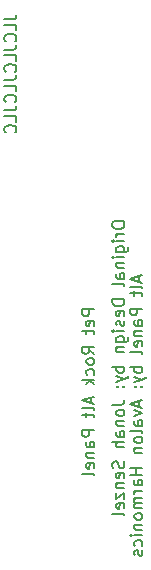
<source format=gbo>
G04 #@! TF.GenerationSoftware,KiCad,Pcbnew,8.0.2*
G04 #@! TF.CreationDate,2024-05-01T23:13:20+02:00*
G04 #@! TF.ProjectId,PetRockPanel,50657452-6f63-46b5-9061-6e656c2e6b69,rev?*
G04 #@! TF.SameCoordinates,Original*
G04 #@! TF.FileFunction,Legend,Bot*
G04 #@! TF.FilePolarity,Positive*
%FSLAX46Y46*%
G04 Gerber Fmt 4.6, Leading zero omitted, Abs format (unit mm)*
G04 Created by KiCad (PCBNEW 8.0.2) date 2024-05-01 23:13:20*
%MOMM*%
%LPD*%
G01*
G04 APERTURE LIST*
%ADD10C,0.150000*%
%ADD11C,0.000000*%
%ADD12C,4.000000*%
G04 APERTURE END LIST*
D10*
X76670819Y-92941713D02*
X76670819Y-93132189D01*
X76670819Y-93132189D02*
X76718438Y-93227427D01*
X76718438Y-93227427D02*
X76813676Y-93322665D01*
X76813676Y-93322665D02*
X77004152Y-93370284D01*
X77004152Y-93370284D02*
X77337485Y-93370284D01*
X77337485Y-93370284D02*
X77527961Y-93322665D01*
X77527961Y-93322665D02*
X77623200Y-93227427D01*
X77623200Y-93227427D02*
X77670819Y-93132189D01*
X77670819Y-93132189D02*
X77670819Y-92941713D01*
X77670819Y-92941713D02*
X77623200Y-92846475D01*
X77623200Y-92846475D02*
X77527961Y-92751237D01*
X77527961Y-92751237D02*
X77337485Y-92703618D01*
X77337485Y-92703618D02*
X77004152Y-92703618D01*
X77004152Y-92703618D02*
X76813676Y-92751237D01*
X76813676Y-92751237D02*
X76718438Y-92846475D01*
X76718438Y-92846475D02*
X76670819Y-92941713D01*
X77670819Y-93798856D02*
X77004152Y-93798856D01*
X77194628Y-93798856D02*
X77099390Y-93846475D01*
X77099390Y-93846475D02*
X77051771Y-93894094D01*
X77051771Y-93894094D02*
X77004152Y-93989332D01*
X77004152Y-93989332D02*
X77004152Y-94084570D01*
X77670819Y-94417904D02*
X77004152Y-94417904D01*
X76670819Y-94417904D02*
X76718438Y-94370285D01*
X76718438Y-94370285D02*
X76766057Y-94417904D01*
X76766057Y-94417904D02*
X76718438Y-94465523D01*
X76718438Y-94465523D02*
X76670819Y-94417904D01*
X76670819Y-94417904D02*
X76766057Y-94417904D01*
X77004152Y-95322665D02*
X77813676Y-95322665D01*
X77813676Y-95322665D02*
X77908914Y-95275046D01*
X77908914Y-95275046D02*
X77956533Y-95227427D01*
X77956533Y-95227427D02*
X78004152Y-95132189D01*
X78004152Y-95132189D02*
X78004152Y-94989332D01*
X78004152Y-94989332D02*
X77956533Y-94894094D01*
X77623200Y-95322665D02*
X77670819Y-95227427D01*
X77670819Y-95227427D02*
X77670819Y-95036951D01*
X77670819Y-95036951D02*
X77623200Y-94941713D01*
X77623200Y-94941713D02*
X77575580Y-94894094D01*
X77575580Y-94894094D02*
X77480342Y-94846475D01*
X77480342Y-94846475D02*
X77194628Y-94846475D01*
X77194628Y-94846475D02*
X77099390Y-94894094D01*
X77099390Y-94894094D02*
X77051771Y-94941713D01*
X77051771Y-94941713D02*
X77004152Y-95036951D01*
X77004152Y-95036951D02*
X77004152Y-95227427D01*
X77004152Y-95227427D02*
X77051771Y-95322665D01*
X77670819Y-95798856D02*
X77004152Y-95798856D01*
X76670819Y-95798856D02*
X76718438Y-95751237D01*
X76718438Y-95751237D02*
X76766057Y-95798856D01*
X76766057Y-95798856D02*
X76718438Y-95846475D01*
X76718438Y-95846475D02*
X76670819Y-95798856D01*
X76670819Y-95798856D02*
X76766057Y-95798856D01*
X77004152Y-96275046D02*
X77670819Y-96275046D01*
X77099390Y-96275046D02*
X77051771Y-96322665D01*
X77051771Y-96322665D02*
X77004152Y-96417903D01*
X77004152Y-96417903D02*
X77004152Y-96560760D01*
X77004152Y-96560760D02*
X77051771Y-96655998D01*
X77051771Y-96655998D02*
X77147009Y-96703617D01*
X77147009Y-96703617D02*
X77670819Y-96703617D01*
X77670819Y-97608379D02*
X77147009Y-97608379D01*
X77147009Y-97608379D02*
X77051771Y-97560760D01*
X77051771Y-97560760D02*
X77004152Y-97465522D01*
X77004152Y-97465522D02*
X77004152Y-97275046D01*
X77004152Y-97275046D02*
X77051771Y-97179808D01*
X77623200Y-97608379D02*
X77670819Y-97513141D01*
X77670819Y-97513141D02*
X77670819Y-97275046D01*
X77670819Y-97275046D02*
X77623200Y-97179808D01*
X77623200Y-97179808D02*
X77527961Y-97132189D01*
X77527961Y-97132189D02*
X77432723Y-97132189D01*
X77432723Y-97132189D02*
X77337485Y-97179808D01*
X77337485Y-97179808D02*
X77289866Y-97275046D01*
X77289866Y-97275046D02*
X77289866Y-97513141D01*
X77289866Y-97513141D02*
X77242247Y-97608379D01*
X77670819Y-98227427D02*
X77623200Y-98132189D01*
X77623200Y-98132189D02*
X77527961Y-98084570D01*
X77527961Y-98084570D02*
X76670819Y-98084570D01*
X77670819Y-99370285D02*
X76670819Y-99370285D01*
X76670819Y-99370285D02*
X76670819Y-99608380D01*
X76670819Y-99608380D02*
X76718438Y-99751237D01*
X76718438Y-99751237D02*
X76813676Y-99846475D01*
X76813676Y-99846475D02*
X76908914Y-99894094D01*
X76908914Y-99894094D02*
X77099390Y-99941713D01*
X77099390Y-99941713D02*
X77242247Y-99941713D01*
X77242247Y-99941713D02*
X77432723Y-99894094D01*
X77432723Y-99894094D02*
X77527961Y-99846475D01*
X77527961Y-99846475D02*
X77623200Y-99751237D01*
X77623200Y-99751237D02*
X77670819Y-99608380D01*
X77670819Y-99608380D02*
X77670819Y-99370285D01*
X77623200Y-100751237D02*
X77670819Y-100655999D01*
X77670819Y-100655999D02*
X77670819Y-100465523D01*
X77670819Y-100465523D02*
X77623200Y-100370285D01*
X77623200Y-100370285D02*
X77527961Y-100322666D01*
X77527961Y-100322666D02*
X77147009Y-100322666D01*
X77147009Y-100322666D02*
X77051771Y-100370285D01*
X77051771Y-100370285D02*
X77004152Y-100465523D01*
X77004152Y-100465523D02*
X77004152Y-100655999D01*
X77004152Y-100655999D02*
X77051771Y-100751237D01*
X77051771Y-100751237D02*
X77147009Y-100798856D01*
X77147009Y-100798856D02*
X77242247Y-100798856D01*
X77242247Y-100798856D02*
X77337485Y-100322666D01*
X77623200Y-101179809D02*
X77670819Y-101275047D01*
X77670819Y-101275047D02*
X77670819Y-101465523D01*
X77670819Y-101465523D02*
X77623200Y-101560761D01*
X77623200Y-101560761D02*
X77527961Y-101608380D01*
X77527961Y-101608380D02*
X77480342Y-101608380D01*
X77480342Y-101608380D02*
X77385104Y-101560761D01*
X77385104Y-101560761D02*
X77337485Y-101465523D01*
X77337485Y-101465523D02*
X77337485Y-101322666D01*
X77337485Y-101322666D02*
X77289866Y-101227428D01*
X77289866Y-101227428D02*
X77194628Y-101179809D01*
X77194628Y-101179809D02*
X77147009Y-101179809D01*
X77147009Y-101179809D02*
X77051771Y-101227428D01*
X77051771Y-101227428D02*
X77004152Y-101322666D01*
X77004152Y-101322666D02*
X77004152Y-101465523D01*
X77004152Y-101465523D02*
X77051771Y-101560761D01*
X77670819Y-102036952D02*
X77004152Y-102036952D01*
X76670819Y-102036952D02*
X76718438Y-101989333D01*
X76718438Y-101989333D02*
X76766057Y-102036952D01*
X76766057Y-102036952D02*
X76718438Y-102084571D01*
X76718438Y-102084571D02*
X76670819Y-102036952D01*
X76670819Y-102036952D02*
X76766057Y-102036952D01*
X77004152Y-102941713D02*
X77813676Y-102941713D01*
X77813676Y-102941713D02*
X77908914Y-102894094D01*
X77908914Y-102894094D02*
X77956533Y-102846475D01*
X77956533Y-102846475D02*
X78004152Y-102751237D01*
X78004152Y-102751237D02*
X78004152Y-102608380D01*
X78004152Y-102608380D02*
X77956533Y-102513142D01*
X77623200Y-102941713D02*
X77670819Y-102846475D01*
X77670819Y-102846475D02*
X77670819Y-102655999D01*
X77670819Y-102655999D02*
X77623200Y-102560761D01*
X77623200Y-102560761D02*
X77575580Y-102513142D01*
X77575580Y-102513142D02*
X77480342Y-102465523D01*
X77480342Y-102465523D02*
X77194628Y-102465523D01*
X77194628Y-102465523D02*
X77099390Y-102513142D01*
X77099390Y-102513142D02*
X77051771Y-102560761D01*
X77051771Y-102560761D02*
X77004152Y-102655999D01*
X77004152Y-102655999D02*
X77004152Y-102846475D01*
X77004152Y-102846475D02*
X77051771Y-102941713D01*
X77004152Y-103417904D02*
X77670819Y-103417904D01*
X77099390Y-103417904D02*
X77051771Y-103465523D01*
X77051771Y-103465523D02*
X77004152Y-103560761D01*
X77004152Y-103560761D02*
X77004152Y-103703618D01*
X77004152Y-103703618D02*
X77051771Y-103798856D01*
X77051771Y-103798856D02*
X77147009Y-103846475D01*
X77147009Y-103846475D02*
X77670819Y-103846475D01*
X77670819Y-105084571D02*
X76670819Y-105084571D01*
X77051771Y-105084571D02*
X77004152Y-105179809D01*
X77004152Y-105179809D02*
X77004152Y-105370285D01*
X77004152Y-105370285D02*
X77051771Y-105465523D01*
X77051771Y-105465523D02*
X77099390Y-105513142D01*
X77099390Y-105513142D02*
X77194628Y-105560761D01*
X77194628Y-105560761D02*
X77480342Y-105560761D01*
X77480342Y-105560761D02*
X77575580Y-105513142D01*
X77575580Y-105513142D02*
X77623200Y-105465523D01*
X77623200Y-105465523D02*
X77670819Y-105370285D01*
X77670819Y-105370285D02*
X77670819Y-105179809D01*
X77670819Y-105179809D02*
X77623200Y-105084571D01*
X77004152Y-105894095D02*
X77670819Y-106132190D01*
X77004152Y-106370285D02*
X77670819Y-106132190D01*
X77670819Y-106132190D02*
X77908914Y-106036952D01*
X77908914Y-106036952D02*
X77956533Y-105989333D01*
X77956533Y-105989333D02*
X78004152Y-105894095D01*
X77575580Y-106751238D02*
X77623200Y-106798857D01*
X77623200Y-106798857D02*
X77670819Y-106751238D01*
X77670819Y-106751238D02*
X77623200Y-106703619D01*
X77623200Y-106703619D02*
X77575580Y-106751238D01*
X77575580Y-106751238D02*
X77670819Y-106751238D01*
X77051771Y-106751238D02*
X77099390Y-106798857D01*
X77099390Y-106798857D02*
X77147009Y-106751238D01*
X77147009Y-106751238D02*
X77099390Y-106703619D01*
X77099390Y-106703619D02*
X77051771Y-106751238D01*
X77051771Y-106751238D02*
X77147009Y-106751238D01*
X76670819Y-108275047D02*
X77385104Y-108275047D01*
X77385104Y-108275047D02*
X77527961Y-108227428D01*
X77527961Y-108227428D02*
X77623200Y-108132190D01*
X77623200Y-108132190D02*
X77670819Y-107989333D01*
X77670819Y-107989333D02*
X77670819Y-107894095D01*
X77670819Y-108894095D02*
X77623200Y-108798857D01*
X77623200Y-108798857D02*
X77575580Y-108751238D01*
X77575580Y-108751238D02*
X77480342Y-108703619D01*
X77480342Y-108703619D02*
X77194628Y-108703619D01*
X77194628Y-108703619D02*
X77099390Y-108751238D01*
X77099390Y-108751238D02*
X77051771Y-108798857D01*
X77051771Y-108798857D02*
X77004152Y-108894095D01*
X77004152Y-108894095D02*
X77004152Y-109036952D01*
X77004152Y-109036952D02*
X77051771Y-109132190D01*
X77051771Y-109132190D02*
X77099390Y-109179809D01*
X77099390Y-109179809D02*
X77194628Y-109227428D01*
X77194628Y-109227428D02*
X77480342Y-109227428D01*
X77480342Y-109227428D02*
X77575580Y-109179809D01*
X77575580Y-109179809D02*
X77623200Y-109132190D01*
X77623200Y-109132190D02*
X77670819Y-109036952D01*
X77670819Y-109036952D02*
X77670819Y-108894095D01*
X77004152Y-109656000D02*
X77670819Y-109656000D01*
X77099390Y-109656000D02*
X77051771Y-109703619D01*
X77051771Y-109703619D02*
X77004152Y-109798857D01*
X77004152Y-109798857D02*
X77004152Y-109941714D01*
X77004152Y-109941714D02*
X77051771Y-110036952D01*
X77051771Y-110036952D02*
X77147009Y-110084571D01*
X77147009Y-110084571D02*
X77670819Y-110084571D01*
X77670819Y-110989333D02*
X77147009Y-110989333D01*
X77147009Y-110989333D02*
X77051771Y-110941714D01*
X77051771Y-110941714D02*
X77004152Y-110846476D01*
X77004152Y-110846476D02*
X77004152Y-110656000D01*
X77004152Y-110656000D02*
X77051771Y-110560762D01*
X77623200Y-110989333D02*
X77670819Y-110894095D01*
X77670819Y-110894095D02*
X77670819Y-110656000D01*
X77670819Y-110656000D02*
X77623200Y-110560762D01*
X77623200Y-110560762D02*
X77527961Y-110513143D01*
X77527961Y-110513143D02*
X77432723Y-110513143D01*
X77432723Y-110513143D02*
X77337485Y-110560762D01*
X77337485Y-110560762D02*
X77289866Y-110656000D01*
X77289866Y-110656000D02*
X77289866Y-110894095D01*
X77289866Y-110894095D02*
X77242247Y-110989333D01*
X77670819Y-111465524D02*
X76670819Y-111465524D01*
X77670819Y-111894095D02*
X77147009Y-111894095D01*
X77147009Y-111894095D02*
X77051771Y-111846476D01*
X77051771Y-111846476D02*
X77004152Y-111751238D01*
X77004152Y-111751238D02*
X77004152Y-111608381D01*
X77004152Y-111608381D02*
X77051771Y-111513143D01*
X77051771Y-111513143D02*
X77099390Y-111465524D01*
X77623200Y-113084572D02*
X77670819Y-113227429D01*
X77670819Y-113227429D02*
X77670819Y-113465524D01*
X77670819Y-113465524D02*
X77623200Y-113560762D01*
X77623200Y-113560762D02*
X77575580Y-113608381D01*
X77575580Y-113608381D02*
X77480342Y-113656000D01*
X77480342Y-113656000D02*
X77385104Y-113656000D01*
X77385104Y-113656000D02*
X77289866Y-113608381D01*
X77289866Y-113608381D02*
X77242247Y-113560762D01*
X77242247Y-113560762D02*
X77194628Y-113465524D01*
X77194628Y-113465524D02*
X77147009Y-113275048D01*
X77147009Y-113275048D02*
X77099390Y-113179810D01*
X77099390Y-113179810D02*
X77051771Y-113132191D01*
X77051771Y-113132191D02*
X76956533Y-113084572D01*
X76956533Y-113084572D02*
X76861295Y-113084572D01*
X76861295Y-113084572D02*
X76766057Y-113132191D01*
X76766057Y-113132191D02*
X76718438Y-113179810D01*
X76718438Y-113179810D02*
X76670819Y-113275048D01*
X76670819Y-113275048D02*
X76670819Y-113513143D01*
X76670819Y-113513143D02*
X76718438Y-113656000D01*
X77623200Y-114465524D02*
X77670819Y-114370286D01*
X77670819Y-114370286D02*
X77670819Y-114179810D01*
X77670819Y-114179810D02*
X77623200Y-114084572D01*
X77623200Y-114084572D02*
X77527961Y-114036953D01*
X77527961Y-114036953D02*
X77147009Y-114036953D01*
X77147009Y-114036953D02*
X77051771Y-114084572D01*
X77051771Y-114084572D02*
X77004152Y-114179810D01*
X77004152Y-114179810D02*
X77004152Y-114370286D01*
X77004152Y-114370286D02*
X77051771Y-114465524D01*
X77051771Y-114465524D02*
X77147009Y-114513143D01*
X77147009Y-114513143D02*
X77242247Y-114513143D01*
X77242247Y-114513143D02*
X77337485Y-114036953D01*
X77004152Y-114941715D02*
X77670819Y-114941715D01*
X77099390Y-114941715D02*
X77051771Y-114989334D01*
X77051771Y-114989334D02*
X77004152Y-115084572D01*
X77004152Y-115084572D02*
X77004152Y-115227429D01*
X77004152Y-115227429D02*
X77051771Y-115322667D01*
X77051771Y-115322667D02*
X77147009Y-115370286D01*
X77147009Y-115370286D02*
X77670819Y-115370286D01*
X77004152Y-115751239D02*
X77004152Y-116275048D01*
X77004152Y-116275048D02*
X77670819Y-115751239D01*
X77670819Y-115751239D02*
X77670819Y-116275048D01*
X77623200Y-117036953D02*
X77670819Y-116941715D01*
X77670819Y-116941715D02*
X77670819Y-116751239D01*
X77670819Y-116751239D02*
X77623200Y-116656001D01*
X77623200Y-116656001D02*
X77527961Y-116608382D01*
X77527961Y-116608382D02*
X77147009Y-116608382D01*
X77147009Y-116608382D02*
X77051771Y-116656001D01*
X77051771Y-116656001D02*
X77004152Y-116751239D01*
X77004152Y-116751239D02*
X77004152Y-116941715D01*
X77004152Y-116941715D02*
X77051771Y-117036953D01*
X77051771Y-117036953D02*
X77147009Y-117084572D01*
X77147009Y-117084572D02*
X77242247Y-117084572D01*
X77242247Y-117084572D02*
X77337485Y-116608382D01*
X77670819Y-117656001D02*
X77623200Y-117560763D01*
X77623200Y-117560763D02*
X77527961Y-117513144D01*
X77527961Y-117513144D02*
X76670819Y-117513144D01*
X67526819Y-75644951D02*
X68241104Y-75644951D01*
X68241104Y-75644951D02*
X68383961Y-75597332D01*
X68383961Y-75597332D02*
X68479200Y-75502094D01*
X68479200Y-75502094D02*
X68526819Y-75359237D01*
X68526819Y-75359237D02*
X68526819Y-75263999D01*
X68526819Y-76597332D02*
X68526819Y-76121142D01*
X68526819Y-76121142D02*
X67526819Y-76121142D01*
X68431580Y-77502094D02*
X68479200Y-77454475D01*
X68479200Y-77454475D02*
X68526819Y-77311618D01*
X68526819Y-77311618D02*
X68526819Y-77216380D01*
X68526819Y-77216380D02*
X68479200Y-77073523D01*
X68479200Y-77073523D02*
X68383961Y-76978285D01*
X68383961Y-76978285D02*
X68288723Y-76930666D01*
X68288723Y-76930666D02*
X68098247Y-76883047D01*
X68098247Y-76883047D02*
X67955390Y-76883047D01*
X67955390Y-76883047D02*
X67764914Y-76930666D01*
X67764914Y-76930666D02*
X67669676Y-76978285D01*
X67669676Y-76978285D02*
X67574438Y-77073523D01*
X67574438Y-77073523D02*
X67526819Y-77216380D01*
X67526819Y-77216380D02*
X67526819Y-77311618D01*
X67526819Y-77311618D02*
X67574438Y-77454475D01*
X67574438Y-77454475D02*
X67622057Y-77502094D01*
X67526819Y-78216380D02*
X68241104Y-78216380D01*
X68241104Y-78216380D02*
X68383961Y-78168761D01*
X68383961Y-78168761D02*
X68479200Y-78073523D01*
X68479200Y-78073523D02*
X68526819Y-77930666D01*
X68526819Y-77930666D02*
X68526819Y-77835428D01*
X68526819Y-79168761D02*
X68526819Y-78692571D01*
X68526819Y-78692571D02*
X67526819Y-78692571D01*
X68431580Y-80073523D02*
X68479200Y-80025904D01*
X68479200Y-80025904D02*
X68526819Y-79883047D01*
X68526819Y-79883047D02*
X68526819Y-79787809D01*
X68526819Y-79787809D02*
X68479200Y-79644952D01*
X68479200Y-79644952D02*
X68383961Y-79549714D01*
X68383961Y-79549714D02*
X68288723Y-79502095D01*
X68288723Y-79502095D02*
X68098247Y-79454476D01*
X68098247Y-79454476D02*
X67955390Y-79454476D01*
X67955390Y-79454476D02*
X67764914Y-79502095D01*
X67764914Y-79502095D02*
X67669676Y-79549714D01*
X67669676Y-79549714D02*
X67574438Y-79644952D01*
X67574438Y-79644952D02*
X67526819Y-79787809D01*
X67526819Y-79787809D02*
X67526819Y-79883047D01*
X67526819Y-79883047D02*
X67574438Y-80025904D01*
X67574438Y-80025904D02*
X67622057Y-80073523D01*
X67526819Y-80787809D02*
X68241104Y-80787809D01*
X68241104Y-80787809D02*
X68383961Y-80740190D01*
X68383961Y-80740190D02*
X68479200Y-80644952D01*
X68479200Y-80644952D02*
X68526819Y-80502095D01*
X68526819Y-80502095D02*
X68526819Y-80406857D01*
X68526819Y-81740190D02*
X68526819Y-81264000D01*
X68526819Y-81264000D02*
X67526819Y-81264000D01*
X68431580Y-82644952D02*
X68479200Y-82597333D01*
X68479200Y-82597333D02*
X68526819Y-82454476D01*
X68526819Y-82454476D02*
X68526819Y-82359238D01*
X68526819Y-82359238D02*
X68479200Y-82216381D01*
X68479200Y-82216381D02*
X68383961Y-82121143D01*
X68383961Y-82121143D02*
X68288723Y-82073524D01*
X68288723Y-82073524D02*
X68098247Y-82025905D01*
X68098247Y-82025905D02*
X67955390Y-82025905D01*
X67955390Y-82025905D02*
X67764914Y-82073524D01*
X67764914Y-82073524D02*
X67669676Y-82121143D01*
X67669676Y-82121143D02*
X67574438Y-82216381D01*
X67574438Y-82216381D02*
X67526819Y-82359238D01*
X67526819Y-82359238D02*
X67526819Y-82454476D01*
X67526819Y-82454476D02*
X67574438Y-82597333D01*
X67574438Y-82597333D02*
X67622057Y-82644952D01*
X67526819Y-83359238D02*
X68241104Y-83359238D01*
X68241104Y-83359238D02*
X68383961Y-83311619D01*
X68383961Y-83311619D02*
X68479200Y-83216381D01*
X68479200Y-83216381D02*
X68526819Y-83073524D01*
X68526819Y-83073524D02*
X68526819Y-82978286D01*
X68526819Y-84311619D02*
X68526819Y-83835429D01*
X68526819Y-83835429D02*
X67526819Y-83835429D01*
X68431580Y-85216381D02*
X68479200Y-85168762D01*
X68479200Y-85168762D02*
X68526819Y-85025905D01*
X68526819Y-85025905D02*
X68526819Y-84930667D01*
X68526819Y-84930667D02*
X68479200Y-84787810D01*
X68479200Y-84787810D02*
X68383961Y-84692572D01*
X68383961Y-84692572D02*
X68288723Y-84644953D01*
X68288723Y-84644953D02*
X68098247Y-84597334D01*
X68098247Y-84597334D02*
X67955390Y-84597334D01*
X67955390Y-84597334D02*
X67764914Y-84644953D01*
X67764914Y-84644953D02*
X67669676Y-84692572D01*
X67669676Y-84692572D02*
X67574438Y-84787810D01*
X67574438Y-84787810D02*
X67526819Y-84930667D01*
X67526819Y-84930667D02*
X67526819Y-85025905D01*
X67526819Y-85025905D02*
X67574438Y-85168762D01*
X67574438Y-85168762D02*
X67622057Y-85216381D01*
X78909104Y-97386665D02*
X78909104Y-97862855D01*
X79194819Y-97291427D02*
X78194819Y-97624760D01*
X78194819Y-97624760D02*
X79194819Y-97958093D01*
X79194819Y-98434284D02*
X79147200Y-98339046D01*
X79147200Y-98339046D02*
X79051961Y-98291427D01*
X79051961Y-98291427D02*
X78194819Y-98291427D01*
X78528152Y-98672380D02*
X78528152Y-99053332D01*
X78194819Y-98815237D02*
X79051961Y-98815237D01*
X79051961Y-98815237D02*
X79147200Y-98862856D01*
X79147200Y-98862856D02*
X79194819Y-98958094D01*
X79194819Y-98958094D02*
X79194819Y-99053332D01*
X79194819Y-100148571D02*
X78194819Y-100148571D01*
X78194819Y-100148571D02*
X78194819Y-100529523D01*
X78194819Y-100529523D02*
X78242438Y-100624761D01*
X78242438Y-100624761D02*
X78290057Y-100672380D01*
X78290057Y-100672380D02*
X78385295Y-100719999D01*
X78385295Y-100719999D02*
X78528152Y-100719999D01*
X78528152Y-100719999D02*
X78623390Y-100672380D01*
X78623390Y-100672380D02*
X78671009Y-100624761D01*
X78671009Y-100624761D02*
X78718628Y-100529523D01*
X78718628Y-100529523D02*
X78718628Y-100148571D01*
X79194819Y-101577142D02*
X78671009Y-101577142D01*
X78671009Y-101577142D02*
X78575771Y-101529523D01*
X78575771Y-101529523D02*
X78528152Y-101434285D01*
X78528152Y-101434285D02*
X78528152Y-101243809D01*
X78528152Y-101243809D02*
X78575771Y-101148571D01*
X79147200Y-101577142D02*
X79194819Y-101481904D01*
X79194819Y-101481904D02*
X79194819Y-101243809D01*
X79194819Y-101243809D02*
X79147200Y-101148571D01*
X79147200Y-101148571D02*
X79051961Y-101100952D01*
X79051961Y-101100952D02*
X78956723Y-101100952D01*
X78956723Y-101100952D02*
X78861485Y-101148571D01*
X78861485Y-101148571D02*
X78813866Y-101243809D01*
X78813866Y-101243809D02*
X78813866Y-101481904D01*
X78813866Y-101481904D02*
X78766247Y-101577142D01*
X78528152Y-102053333D02*
X79194819Y-102053333D01*
X78623390Y-102053333D02*
X78575771Y-102100952D01*
X78575771Y-102100952D02*
X78528152Y-102196190D01*
X78528152Y-102196190D02*
X78528152Y-102339047D01*
X78528152Y-102339047D02*
X78575771Y-102434285D01*
X78575771Y-102434285D02*
X78671009Y-102481904D01*
X78671009Y-102481904D02*
X79194819Y-102481904D01*
X79147200Y-103339047D02*
X79194819Y-103243809D01*
X79194819Y-103243809D02*
X79194819Y-103053333D01*
X79194819Y-103053333D02*
X79147200Y-102958095D01*
X79147200Y-102958095D02*
X79051961Y-102910476D01*
X79051961Y-102910476D02*
X78671009Y-102910476D01*
X78671009Y-102910476D02*
X78575771Y-102958095D01*
X78575771Y-102958095D02*
X78528152Y-103053333D01*
X78528152Y-103053333D02*
X78528152Y-103243809D01*
X78528152Y-103243809D02*
X78575771Y-103339047D01*
X78575771Y-103339047D02*
X78671009Y-103386666D01*
X78671009Y-103386666D02*
X78766247Y-103386666D01*
X78766247Y-103386666D02*
X78861485Y-102910476D01*
X79194819Y-103958095D02*
X79147200Y-103862857D01*
X79147200Y-103862857D02*
X79051961Y-103815238D01*
X79051961Y-103815238D02*
X78194819Y-103815238D01*
X79194819Y-105100953D02*
X78194819Y-105100953D01*
X78575771Y-105100953D02*
X78528152Y-105196191D01*
X78528152Y-105196191D02*
X78528152Y-105386667D01*
X78528152Y-105386667D02*
X78575771Y-105481905D01*
X78575771Y-105481905D02*
X78623390Y-105529524D01*
X78623390Y-105529524D02*
X78718628Y-105577143D01*
X78718628Y-105577143D02*
X79004342Y-105577143D01*
X79004342Y-105577143D02*
X79099580Y-105529524D01*
X79099580Y-105529524D02*
X79147200Y-105481905D01*
X79147200Y-105481905D02*
X79194819Y-105386667D01*
X79194819Y-105386667D02*
X79194819Y-105196191D01*
X79194819Y-105196191D02*
X79147200Y-105100953D01*
X78528152Y-105910477D02*
X79194819Y-106148572D01*
X78528152Y-106386667D02*
X79194819Y-106148572D01*
X79194819Y-106148572D02*
X79432914Y-106053334D01*
X79432914Y-106053334D02*
X79480533Y-106005715D01*
X79480533Y-106005715D02*
X79528152Y-105910477D01*
X79099580Y-106767620D02*
X79147200Y-106815239D01*
X79147200Y-106815239D02*
X79194819Y-106767620D01*
X79194819Y-106767620D02*
X79147200Y-106720001D01*
X79147200Y-106720001D02*
X79099580Y-106767620D01*
X79099580Y-106767620D02*
X79194819Y-106767620D01*
X78575771Y-106767620D02*
X78623390Y-106815239D01*
X78623390Y-106815239D02*
X78671009Y-106767620D01*
X78671009Y-106767620D02*
X78623390Y-106720001D01*
X78623390Y-106720001D02*
X78575771Y-106767620D01*
X78575771Y-106767620D02*
X78671009Y-106767620D01*
X78909104Y-107958096D02*
X78909104Y-108434286D01*
X79194819Y-107862858D02*
X78194819Y-108196191D01*
X78194819Y-108196191D02*
X79194819Y-108529524D01*
X78528152Y-108767620D02*
X79194819Y-109005715D01*
X79194819Y-109005715D02*
X78528152Y-109243810D01*
X79194819Y-110053334D02*
X78671009Y-110053334D01*
X78671009Y-110053334D02*
X78575771Y-110005715D01*
X78575771Y-110005715D02*
X78528152Y-109910477D01*
X78528152Y-109910477D02*
X78528152Y-109720001D01*
X78528152Y-109720001D02*
X78575771Y-109624763D01*
X79147200Y-110053334D02*
X79194819Y-109958096D01*
X79194819Y-109958096D02*
X79194819Y-109720001D01*
X79194819Y-109720001D02*
X79147200Y-109624763D01*
X79147200Y-109624763D02*
X79051961Y-109577144D01*
X79051961Y-109577144D02*
X78956723Y-109577144D01*
X78956723Y-109577144D02*
X78861485Y-109624763D01*
X78861485Y-109624763D02*
X78813866Y-109720001D01*
X78813866Y-109720001D02*
X78813866Y-109958096D01*
X78813866Y-109958096D02*
X78766247Y-110053334D01*
X79194819Y-110672382D02*
X79147200Y-110577144D01*
X79147200Y-110577144D02*
X79051961Y-110529525D01*
X79051961Y-110529525D02*
X78194819Y-110529525D01*
X79194819Y-111196192D02*
X79147200Y-111100954D01*
X79147200Y-111100954D02*
X79099580Y-111053335D01*
X79099580Y-111053335D02*
X79004342Y-111005716D01*
X79004342Y-111005716D02*
X78718628Y-111005716D01*
X78718628Y-111005716D02*
X78623390Y-111053335D01*
X78623390Y-111053335D02*
X78575771Y-111100954D01*
X78575771Y-111100954D02*
X78528152Y-111196192D01*
X78528152Y-111196192D02*
X78528152Y-111339049D01*
X78528152Y-111339049D02*
X78575771Y-111434287D01*
X78575771Y-111434287D02*
X78623390Y-111481906D01*
X78623390Y-111481906D02*
X78718628Y-111529525D01*
X78718628Y-111529525D02*
X79004342Y-111529525D01*
X79004342Y-111529525D02*
X79099580Y-111481906D01*
X79099580Y-111481906D02*
X79147200Y-111434287D01*
X79147200Y-111434287D02*
X79194819Y-111339049D01*
X79194819Y-111339049D02*
X79194819Y-111196192D01*
X78528152Y-111958097D02*
X79194819Y-111958097D01*
X78623390Y-111958097D02*
X78575771Y-112005716D01*
X78575771Y-112005716D02*
X78528152Y-112100954D01*
X78528152Y-112100954D02*
X78528152Y-112243811D01*
X78528152Y-112243811D02*
X78575771Y-112339049D01*
X78575771Y-112339049D02*
X78671009Y-112386668D01*
X78671009Y-112386668D02*
X79194819Y-112386668D01*
X79194819Y-113624764D02*
X78194819Y-113624764D01*
X78671009Y-113624764D02*
X78671009Y-114196192D01*
X79194819Y-114196192D02*
X78194819Y-114196192D01*
X79194819Y-115100954D02*
X78671009Y-115100954D01*
X78671009Y-115100954D02*
X78575771Y-115053335D01*
X78575771Y-115053335D02*
X78528152Y-114958097D01*
X78528152Y-114958097D02*
X78528152Y-114767621D01*
X78528152Y-114767621D02*
X78575771Y-114672383D01*
X79147200Y-115100954D02*
X79194819Y-115005716D01*
X79194819Y-115005716D02*
X79194819Y-114767621D01*
X79194819Y-114767621D02*
X79147200Y-114672383D01*
X79147200Y-114672383D02*
X79051961Y-114624764D01*
X79051961Y-114624764D02*
X78956723Y-114624764D01*
X78956723Y-114624764D02*
X78861485Y-114672383D01*
X78861485Y-114672383D02*
X78813866Y-114767621D01*
X78813866Y-114767621D02*
X78813866Y-115005716D01*
X78813866Y-115005716D02*
X78766247Y-115100954D01*
X79194819Y-115577145D02*
X78528152Y-115577145D01*
X78718628Y-115577145D02*
X78623390Y-115624764D01*
X78623390Y-115624764D02*
X78575771Y-115672383D01*
X78575771Y-115672383D02*
X78528152Y-115767621D01*
X78528152Y-115767621D02*
X78528152Y-115862859D01*
X79194819Y-116196193D02*
X78528152Y-116196193D01*
X78623390Y-116196193D02*
X78575771Y-116243812D01*
X78575771Y-116243812D02*
X78528152Y-116339050D01*
X78528152Y-116339050D02*
X78528152Y-116481907D01*
X78528152Y-116481907D02*
X78575771Y-116577145D01*
X78575771Y-116577145D02*
X78671009Y-116624764D01*
X78671009Y-116624764D02*
X79194819Y-116624764D01*
X78671009Y-116624764D02*
X78575771Y-116672383D01*
X78575771Y-116672383D02*
X78528152Y-116767621D01*
X78528152Y-116767621D02*
X78528152Y-116910478D01*
X78528152Y-116910478D02*
X78575771Y-117005717D01*
X78575771Y-117005717D02*
X78671009Y-117053336D01*
X78671009Y-117053336D02*
X79194819Y-117053336D01*
X79194819Y-117672383D02*
X79147200Y-117577145D01*
X79147200Y-117577145D02*
X79099580Y-117529526D01*
X79099580Y-117529526D02*
X79004342Y-117481907D01*
X79004342Y-117481907D02*
X78718628Y-117481907D01*
X78718628Y-117481907D02*
X78623390Y-117529526D01*
X78623390Y-117529526D02*
X78575771Y-117577145D01*
X78575771Y-117577145D02*
X78528152Y-117672383D01*
X78528152Y-117672383D02*
X78528152Y-117815240D01*
X78528152Y-117815240D02*
X78575771Y-117910478D01*
X78575771Y-117910478D02*
X78623390Y-117958097D01*
X78623390Y-117958097D02*
X78718628Y-118005716D01*
X78718628Y-118005716D02*
X79004342Y-118005716D01*
X79004342Y-118005716D02*
X79099580Y-117958097D01*
X79099580Y-117958097D02*
X79147200Y-117910478D01*
X79147200Y-117910478D02*
X79194819Y-117815240D01*
X79194819Y-117815240D02*
X79194819Y-117672383D01*
X78528152Y-118434288D02*
X79194819Y-118434288D01*
X78623390Y-118434288D02*
X78575771Y-118481907D01*
X78575771Y-118481907D02*
X78528152Y-118577145D01*
X78528152Y-118577145D02*
X78528152Y-118720002D01*
X78528152Y-118720002D02*
X78575771Y-118815240D01*
X78575771Y-118815240D02*
X78671009Y-118862859D01*
X78671009Y-118862859D02*
X79194819Y-118862859D01*
X79194819Y-119339050D02*
X78528152Y-119339050D01*
X78194819Y-119339050D02*
X78242438Y-119291431D01*
X78242438Y-119291431D02*
X78290057Y-119339050D01*
X78290057Y-119339050D02*
X78242438Y-119386669D01*
X78242438Y-119386669D02*
X78194819Y-119339050D01*
X78194819Y-119339050D02*
X78290057Y-119339050D01*
X79147200Y-120243811D02*
X79194819Y-120148573D01*
X79194819Y-120148573D02*
X79194819Y-119958097D01*
X79194819Y-119958097D02*
X79147200Y-119862859D01*
X79147200Y-119862859D02*
X79099580Y-119815240D01*
X79099580Y-119815240D02*
X79004342Y-119767621D01*
X79004342Y-119767621D02*
X78718628Y-119767621D01*
X78718628Y-119767621D02*
X78623390Y-119815240D01*
X78623390Y-119815240D02*
X78575771Y-119862859D01*
X78575771Y-119862859D02*
X78528152Y-119958097D01*
X78528152Y-119958097D02*
X78528152Y-120148573D01*
X78528152Y-120148573D02*
X78575771Y-120243811D01*
X79147200Y-120624764D02*
X79194819Y-120720002D01*
X79194819Y-120720002D02*
X79194819Y-120910478D01*
X79194819Y-120910478D02*
X79147200Y-121005716D01*
X79147200Y-121005716D02*
X79051961Y-121053335D01*
X79051961Y-121053335D02*
X79004342Y-121053335D01*
X79004342Y-121053335D02*
X78909104Y-121005716D01*
X78909104Y-121005716D02*
X78861485Y-120910478D01*
X78861485Y-120910478D02*
X78861485Y-120767621D01*
X78861485Y-120767621D02*
X78813866Y-120672383D01*
X78813866Y-120672383D02*
X78718628Y-120624764D01*
X78718628Y-120624764D02*
X78671009Y-120624764D01*
X78671009Y-120624764D02*
X78575771Y-120672383D01*
X78575771Y-120672383D02*
X78528152Y-120767621D01*
X78528152Y-120767621D02*
X78528152Y-120910478D01*
X78528152Y-120910478D02*
X78575771Y-121005716D01*
X75130819Y-100211808D02*
X74130819Y-100211808D01*
X74130819Y-100211808D02*
X74130819Y-100592760D01*
X74130819Y-100592760D02*
X74178438Y-100687998D01*
X74178438Y-100687998D02*
X74226057Y-100735617D01*
X74226057Y-100735617D02*
X74321295Y-100783236D01*
X74321295Y-100783236D02*
X74464152Y-100783236D01*
X74464152Y-100783236D02*
X74559390Y-100735617D01*
X74559390Y-100735617D02*
X74607009Y-100687998D01*
X74607009Y-100687998D02*
X74654628Y-100592760D01*
X74654628Y-100592760D02*
X74654628Y-100211808D01*
X75083200Y-101592760D02*
X75130819Y-101497522D01*
X75130819Y-101497522D02*
X75130819Y-101307046D01*
X75130819Y-101307046D02*
X75083200Y-101211808D01*
X75083200Y-101211808D02*
X74987961Y-101164189D01*
X74987961Y-101164189D02*
X74607009Y-101164189D01*
X74607009Y-101164189D02*
X74511771Y-101211808D01*
X74511771Y-101211808D02*
X74464152Y-101307046D01*
X74464152Y-101307046D02*
X74464152Y-101497522D01*
X74464152Y-101497522D02*
X74511771Y-101592760D01*
X74511771Y-101592760D02*
X74607009Y-101640379D01*
X74607009Y-101640379D02*
X74702247Y-101640379D01*
X74702247Y-101640379D02*
X74797485Y-101164189D01*
X74464152Y-101926094D02*
X74464152Y-102307046D01*
X74130819Y-102068951D02*
X74987961Y-102068951D01*
X74987961Y-102068951D02*
X75083200Y-102116570D01*
X75083200Y-102116570D02*
X75130819Y-102211808D01*
X75130819Y-102211808D02*
X75130819Y-102307046D01*
X75130819Y-103973713D02*
X74654628Y-103640380D01*
X75130819Y-103402285D02*
X74130819Y-103402285D01*
X74130819Y-103402285D02*
X74130819Y-103783237D01*
X74130819Y-103783237D02*
X74178438Y-103878475D01*
X74178438Y-103878475D02*
X74226057Y-103926094D01*
X74226057Y-103926094D02*
X74321295Y-103973713D01*
X74321295Y-103973713D02*
X74464152Y-103973713D01*
X74464152Y-103973713D02*
X74559390Y-103926094D01*
X74559390Y-103926094D02*
X74607009Y-103878475D01*
X74607009Y-103878475D02*
X74654628Y-103783237D01*
X74654628Y-103783237D02*
X74654628Y-103402285D01*
X75130819Y-104545142D02*
X75083200Y-104449904D01*
X75083200Y-104449904D02*
X75035580Y-104402285D01*
X75035580Y-104402285D02*
X74940342Y-104354666D01*
X74940342Y-104354666D02*
X74654628Y-104354666D01*
X74654628Y-104354666D02*
X74559390Y-104402285D01*
X74559390Y-104402285D02*
X74511771Y-104449904D01*
X74511771Y-104449904D02*
X74464152Y-104545142D01*
X74464152Y-104545142D02*
X74464152Y-104687999D01*
X74464152Y-104687999D02*
X74511771Y-104783237D01*
X74511771Y-104783237D02*
X74559390Y-104830856D01*
X74559390Y-104830856D02*
X74654628Y-104878475D01*
X74654628Y-104878475D02*
X74940342Y-104878475D01*
X74940342Y-104878475D02*
X75035580Y-104830856D01*
X75035580Y-104830856D02*
X75083200Y-104783237D01*
X75083200Y-104783237D02*
X75130819Y-104687999D01*
X75130819Y-104687999D02*
X75130819Y-104545142D01*
X75083200Y-105735618D02*
X75130819Y-105640380D01*
X75130819Y-105640380D02*
X75130819Y-105449904D01*
X75130819Y-105449904D02*
X75083200Y-105354666D01*
X75083200Y-105354666D02*
X75035580Y-105307047D01*
X75035580Y-105307047D02*
X74940342Y-105259428D01*
X74940342Y-105259428D02*
X74654628Y-105259428D01*
X74654628Y-105259428D02*
X74559390Y-105307047D01*
X74559390Y-105307047D02*
X74511771Y-105354666D01*
X74511771Y-105354666D02*
X74464152Y-105449904D01*
X74464152Y-105449904D02*
X74464152Y-105640380D01*
X74464152Y-105640380D02*
X74511771Y-105735618D01*
X75130819Y-106164190D02*
X74130819Y-106164190D01*
X74749866Y-106259428D02*
X75130819Y-106545142D01*
X74464152Y-106545142D02*
X74845104Y-106164190D01*
X74845104Y-107688000D02*
X74845104Y-108164190D01*
X75130819Y-107592762D02*
X74130819Y-107926095D01*
X74130819Y-107926095D02*
X75130819Y-108259428D01*
X75130819Y-108735619D02*
X75083200Y-108640381D01*
X75083200Y-108640381D02*
X74987961Y-108592762D01*
X74987961Y-108592762D02*
X74130819Y-108592762D01*
X74464152Y-108973715D02*
X74464152Y-109354667D01*
X74130819Y-109116572D02*
X74987961Y-109116572D01*
X74987961Y-109116572D02*
X75083200Y-109164191D01*
X75083200Y-109164191D02*
X75130819Y-109259429D01*
X75130819Y-109259429D02*
X75130819Y-109354667D01*
X75130819Y-110449906D02*
X74130819Y-110449906D01*
X74130819Y-110449906D02*
X74130819Y-110830858D01*
X74130819Y-110830858D02*
X74178438Y-110926096D01*
X74178438Y-110926096D02*
X74226057Y-110973715D01*
X74226057Y-110973715D02*
X74321295Y-111021334D01*
X74321295Y-111021334D02*
X74464152Y-111021334D01*
X74464152Y-111021334D02*
X74559390Y-110973715D01*
X74559390Y-110973715D02*
X74607009Y-110926096D01*
X74607009Y-110926096D02*
X74654628Y-110830858D01*
X74654628Y-110830858D02*
X74654628Y-110449906D01*
X75130819Y-111878477D02*
X74607009Y-111878477D01*
X74607009Y-111878477D02*
X74511771Y-111830858D01*
X74511771Y-111830858D02*
X74464152Y-111735620D01*
X74464152Y-111735620D02*
X74464152Y-111545144D01*
X74464152Y-111545144D02*
X74511771Y-111449906D01*
X75083200Y-111878477D02*
X75130819Y-111783239D01*
X75130819Y-111783239D02*
X75130819Y-111545144D01*
X75130819Y-111545144D02*
X75083200Y-111449906D01*
X75083200Y-111449906D02*
X74987961Y-111402287D01*
X74987961Y-111402287D02*
X74892723Y-111402287D01*
X74892723Y-111402287D02*
X74797485Y-111449906D01*
X74797485Y-111449906D02*
X74749866Y-111545144D01*
X74749866Y-111545144D02*
X74749866Y-111783239D01*
X74749866Y-111783239D02*
X74702247Y-111878477D01*
X74464152Y-112354668D02*
X75130819Y-112354668D01*
X74559390Y-112354668D02*
X74511771Y-112402287D01*
X74511771Y-112402287D02*
X74464152Y-112497525D01*
X74464152Y-112497525D02*
X74464152Y-112640382D01*
X74464152Y-112640382D02*
X74511771Y-112735620D01*
X74511771Y-112735620D02*
X74607009Y-112783239D01*
X74607009Y-112783239D02*
X75130819Y-112783239D01*
X75083200Y-113640382D02*
X75130819Y-113545144D01*
X75130819Y-113545144D02*
X75130819Y-113354668D01*
X75130819Y-113354668D02*
X75083200Y-113259430D01*
X75083200Y-113259430D02*
X74987961Y-113211811D01*
X74987961Y-113211811D02*
X74607009Y-113211811D01*
X74607009Y-113211811D02*
X74511771Y-113259430D01*
X74511771Y-113259430D02*
X74464152Y-113354668D01*
X74464152Y-113354668D02*
X74464152Y-113545144D01*
X74464152Y-113545144D02*
X74511771Y-113640382D01*
X74511771Y-113640382D02*
X74607009Y-113688001D01*
X74607009Y-113688001D02*
X74702247Y-113688001D01*
X74702247Y-113688001D02*
X74797485Y-113211811D01*
X75130819Y-114259430D02*
X75083200Y-114164192D01*
X75083200Y-114164192D02*
X74987961Y-114116573D01*
X74987961Y-114116573D02*
X74130819Y-114116573D01*
%LPC*%
D11*
G36*
X83588224Y-75793360D02*
G01*
X83953623Y-75883073D01*
X84294286Y-76028472D01*
X84604744Y-76226186D01*
X84879530Y-76472842D01*
X85113174Y-76765067D01*
X85270825Y-77037547D01*
X85381209Y-77286209D01*
X85453751Y-77515727D01*
X85494326Y-77751561D01*
X85508809Y-78019175D01*
X85509099Y-78070330D01*
X85498517Y-78345986D01*
X85462853Y-78585479D01*
X85396235Y-78814270D01*
X85292787Y-79057820D01*
X85270825Y-79103113D01*
X85074577Y-79430708D01*
X84830594Y-79717092D01*
X84543955Y-79958167D01*
X84219736Y-80149835D01*
X83863017Y-80288000D01*
X83771267Y-80313217D01*
X83494212Y-80361359D01*
X83190388Y-80376786D01*
X82887613Y-80359527D01*
X82622618Y-80311942D01*
X82258659Y-80186051D01*
X81928518Y-80006491D01*
X81635458Y-79776451D01*
X81382743Y-79499123D01*
X81173636Y-79177695D01*
X81011400Y-78815358D01*
X80972167Y-78698545D01*
X80919168Y-78458693D01*
X80894018Y-78184842D01*
X80896716Y-77901223D01*
X80927264Y-77632068D01*
X80972167Y-77442116D01*
X81119390Y-77068650D01*
X81313586Y-76735832D01*
X81550712Y-76446706D01*
X81826725Y-76204314D01*
X82137582Y-76011700D01*
X82479241Y-75871905D01*
X82847657Y-75787972D01*
X83203558Y-75762706D01*
X83588224Y-75793360D01*
G37*
G36*
X83157720Y-84308644D02*
G01*
X83404601Y-84334015D01*
X83593866Y-84372221D01*
X84006918Y-84516886D01*
X84382331Y-84713275D01*
X84717611Y-84958967D01*
X85010263Y-85251544D01*
X85257792Y-85588585D01*
X85457703Y-85967673D01*
X85581898Y-86300317D01*
X85672554Y-86590788D01*
X85672554Y-106003875D01*
X85672554Y-125416963D01*
X85583505Y-125700868D01*
X85422954Y-126113588D01*
X85214182Y-126485557D01*
X84959758Y-126814280D01*
X84662254Y-127097262D01*
X84324241Y-127332005D01*
X83948289Y-127516015D01*
X83593866Y-127632496D01*
X83370011Y-127676019D01*
X83109320Y-127702923D01*
X82836513Y-127712331D01*
X82576311Y-127703368D01*
X82359080Y-127676242D01*
X81943099Y-127566039D01*
X81559255Y-127400970D01*
X81210584Y-127183784D01*
X80900124Y-126917233D01*
X80630912Y-126604068D01*
X80405984Y-126247038D01*
X80228377Y-125848895D01*
X80178122Y-125700868D01*
X80089073Y-125416963D01*
X80089073Y-106003875D01*
X80089073Y-86590788D01*
X80179953Y-86300317D01*
X80338574Y-85895569D01*
X80548084Y-85527013D01*
X80804679Y-85198356D01*
X81104553Y-84913308D01*
X81443902Y-84675576D01*
X81818923Y-84488871D01*
X82154638Y-84375292D01*
X82366129Y-84333498D01*
X82617678Y-84308430D01*
X82888477Y-84300130D01*
X83157720Y-84308644D01*
G37*
G36*
X83473255Y-137628514D02*
G01*
X83704756Y-137659587D01*
X83922421Y-137717793D01*
X84150611Y-137808743D01*
X84267709Y-137864045D01*
X84406228Y-137937371D01*
X84526941Y-138015916D01*
X84647674Y-138113084D01*
X84786256Y-138242280D01*
X84836218Y-138291516D01*
X84972582Y-138431108D01*
X85073792Y-138546948D01*
X85153537Y-138657482D01*
X85225511Y-138781155D01*
X85281609Y-138891550D01*
X85352466Y-139049365D01*
X85416649Y-139215861D01*
X85464446Y-139364849D01*
X85479058Y-139424079D01*
X85514695Y-139682264D01*
X85523940Y-139967519D01*
X85506791Y-140248007D01*
X85479058Y-140424587D01*
X85425042Y-140611571D01*
X85339659Y-140824923D01*
X85233795Y-141042212D01*
X85118335Y-141241004D01*
X85009234Y-141392821D01*
X84762859Y-141644476D01*
X84474835Y-141862763D01*
X84160621Y-142037752D01*
X83835681Y-142159512D01*
X83800635Y-142169049D01*
X83672248Y-142194019D01*
X83505672Y-142214491D01*
X83322078Y-142229105D01*
X83142635Y-142236500D01*
X82988514Y-142235313D01*
X82896951Y-142227156D01*
X82519002Y-142135744D01*
X82167944Y-141989442D01*
X81848922Y-141792841D01*
X81567082Y-141550530D01*
X81327570Y-141267100D01*
X81135531Y-140947142D01*
X80996111Y-140595246D01*
X80971931Y-140509905D01*
X80926291Y-140262769D01*
X80906525Y-139984661D01*
X80912984Y-139703256D01*
X80946016Y-139446229D01*
X80957804Y-139391804D01*
X81058209Y-139082506D01*
X81206825Y-138779947D01*
X81394077Y-138498711D01*
X81610391Y-138253380D01*
X81822281Y-138075140D01*
X82120015Y-137885805D01*
X82407746Y-137750908D01*
X82700630Y-137665443D01*
X83013823Y-137624405D01*
X83203558Y-137618963D01*
X83473255Y-137628514D01*
G37*
G36*
X86205083Y-51555798D02*
G01*
X86205083Y-59141359D01*
X81291296Y-59137898D01*
X80601725Y-59137310D01*
X79973806Y-59136545D01*
X79404642Y-59135577D01*
X78891336Y-59134381D01*
X78430991Y-59132929D01*
X78020710Y-59131195D01*
X77657597Y-59129155D01*
X77338755Y-59126782D01*
X77061286Y-59124049D01*
X76822294Y-59120931D01*
X76618882Y-59117402D01*
X76448153Y-59113436D01*
X76307211Y-59109006D01*
X76193158Y-59104087D01*
X76103097Y-59098653D01*
X76034131Y-59092677D01*
X76014673Y-59090481D01*
X75347846Y-58977655D01*
X74692660Y-58803638D01*
X74054411Y-58571293D01*
X73438394Y-58283485D01*
X72849907Y-57943079D01*
X72294245Y-57552940D01*
X71776704Y-57115932D01*
X71302581Y-56634919D01*
X71149928Y-56459144D01*
X70722011Y-55900691D01*
X70350485Y-55312569D01*
X70036450Y-54697963D01*
X69781003Y-54060055D01*
X69585244Y-53402027D01*
X69450271Y-52727062D01*
X69377183Y-52038343D01*
X69367078Y-51339052D01*
X69368432Y-51298666D01*
X69420737Y-50614841D01*
X69528299Y-49959729D01*
X69693042Y-49325682D01*
X69916890Y-48705052D01*
X70149793Y-48192946D01*
X70490996Y-47577055D01*
X70879936Y-47003745D01*
X71314598Y-46474471D01*
X71792968Y-45990688D01*
X72313030Y-45553853D01*
X72872770Y-45165421D01*
X73470172Y-44826847D01*
X74103220Y-44539588D01*
X74769901Y-44305099D01*
X75468199Y-44124835D01*
X75891930Y-44044877D01*
X75940557Y-44037719D01*
X75997162Y-44031196D01*
X76064892Y-44025271D01*
X76146895Y-44019906D01*
X76246318Y-44015064D01*
X76366310Y-44010706D01*
X76510018Y-44006795D01*
X76680590Y-44003293D01*
X76881173Y-44000162D01*
X77114916Y-43997364D01*
X77384965Y-43994862D01*
X77694469Y-43992617D01*
X78046575Y-43990592D01*
X78444430Y-43988750D01*
X78891184Y-43987051D01*
X79389983Y-43985459D01*
X79943974Y-43983935D01*
X80556307Y-43982443D01*
X81210610Y-43980985D01*
X86205083Y-43970236D01*
X86205083Y-51555798D01*
G37*
G36*
X70551988Y-92111063D02*
G01*
X70712589Y-92115940D01*
X70839300Y-92125844D01*
X70947435Y-92142226D01*
X71052304Y-92166539D01*
X71109848Y-92182573D01*
X71505084Y-92329513D01*
X71868805Y-92529835D01*
X72196336Y-92778731D01*
X72483002Y-93071390D01*
X72724127Y-93403003D01*
X72915037Y-93768759D01*
X73051057Y-94163850D01*
X73056625Y-94185441D01*
X73133926Y-94490170D01*
X73133926Y-110705308D01*
X73133953Y-111938760D01*
X73134018Y-113109340D01*
X73134103Y-114218727D01*
X73134187Y-115268599D01*
X73134250Y-116260633D01*
X73134273Y-117196507D01*
X73134236Y-118077899D01*
X73134118Y-118906487D01*
X73133899Y-119683948D01*
X73133561Y-120411961D01*
X73133082Y-121092203D01*
X73132443Y-121726351D01*
X73131625Y-122316085D01*
X73130606Y-122863080D01*
X73129367Y-123369017D01*
X73127889Y-123835571D01*
X73126150Y-124264421D01*
X73124132Y-124657245D01*
X73121815Y-125015721D01*
X73119178Y-125341525D01*
X73116201Y-125636337D01*
X73112865Y-125901834D01*
X73109150Y-126139694D01*
X73105035Y-126351594D01*
X73100501Y-126539212D01*
X73095528Y-126704227D01*
X73090096Y-126848316D01*
X73084186Y-126973156D01*
X73077776Y-127080426D01*
X73070847Y-127171803D01*
X73063380Y-127248965D01*
X73055353Y-127313590D01*
X73046749Y-127367356D01*
X73037545Y-127411941D01*
X73027723Y-127449022D01*
X73017263Y-127480277D01*
X73006145Y-127507384D01*
X72994348Y-127532021D01*
X72981853Y-127555865D01*
X72968639Y-127580595D01*
X72954688Y-127607887D01*
X72939979Y-127639421D01*
X72932569Y-127656734D01*
X72783866Y-127950843D01*
X72587442Y-128242268D01*
X72356222Y-128515822D01*
X72103128Y-128756317D01*
X71841085Y-128948563D01*
X71824931Y-128958492D01*
X71457468Y-129144604D01*
X71063023Y-129275373D01*
X70650290Y-129349253D01*
X70227958Y-129364698D01*
X69804719Y-129320163D01*
X69798178Y-129318989D01*
X69402078Y-129215242D01*
X69029549Y-129051442D01*
X68680875Y-128827734D01*
X68412701Y-128599444D01*
X68122879Y-128281236D01*
X67890292Y-127935838D01*
X67716340Y-127565720D01*
X67602425Y-127173351D01*
X67601571Y-127169213D01*
X67597696Y-127146278D01*
X67594019Y-127115061D01*
X67590536Y-127073904D01*
X67587242Y-127021145D01*
X67584131Y-126955125D01*
X67581197Y-126874184D01*
X67578437Y-126776662D01*
X67575845Y-126660898D01*
X67573415Y-126525234D01*
X67571143Y-126368009D01*
X67569023Y-126187562D01*
X67567050Y-125982235D01*
X67565219Y-125750367D01*
X67563525Y-125490297D01*
X67561963Y-125200367D01*
X67560528Y-124878916D01*
X67559214Y-124524284D01*
X67558016Y-124134811D01*
X67556929Y-123708838D01*
X67555948Y-123244703D01*
X67555068Y-122740748D01*
X67554284Y-122195312D01*
X67553590Y-121606735D01*
X67552982Y-120973357D01*
X67552453Y-120293519D01*
X67552000Y-119565560D01*
X67551616Y-118787820D01*
X67551298Y-117958639D01*
X67551038Y-117076358D01*
X67550833Y-116139317D01*
X67550678Y-115145854D01*
X67550566Y-114094311D01*
X67550494Y-112983028D01*
X67550455Y-111810344D01*
X67550445Y-110705308D01*
X67550445Y-94490170D01*
X67628944Y-94180716D01*
X67761597Y-93785617D01*
X67949477Y-93419314D01*
X68187874Y-93086644D01*
X68472076Y-92792446D01*
X68797374Y-92541559D01*
X69159056Y-92338821D01*
X69552410Y-92189072D01*
X69574328Y-92182626D01*
X69683518Y-92153660D01*
X69788063Y-92133375D01*
X69903279Y-92120318D01*
X70044482Y-92113036D01*
X70226990Y-92110075D01*
X70342186Y-92109760D01*
X70551988Y-92111063D01*
G37*
D12*
X73700000Y-40350000D03*
X73700000Y-162850000D03*
%LPD*%
M02*

</source>
